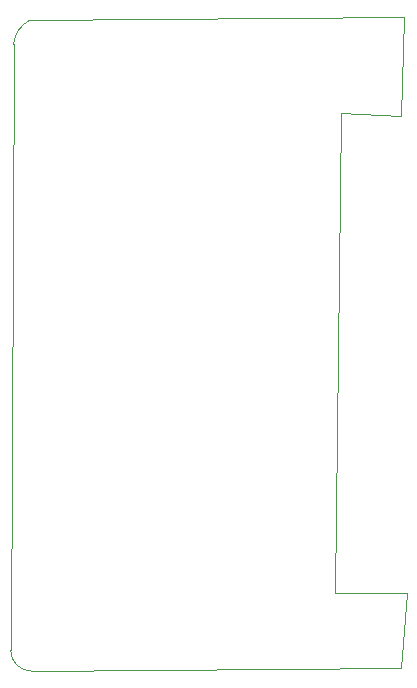
<source format=gm1>
%TF.GenerationSoftware,KiCad,Pcbnew,7.0.6*%
%TF.CreationDate,2023-08-31T21:11:47+05:30*%
%TF.ProjectId,bread board,62726561-6420-4626-9f61-72642e6b6963,rev?*%
%TF.SameCoordinates,Original*%
%TF.FileFunction,Profile,NP*%
%FSLAX46Y46*%
G04 Gerber Fmt 4.6, Leading zero omitted, Abs format (unit mm)*
G04 Created by KiCad (PCBNEW 7.0.6) date 2023-08-31 21:11:47*
%MOMM*%
%LPD*%
G01*
G04 APERTURE LIST*
%TA.AperFunction,Profile*%
%ADD10C,0.100000*%
%TD*%
G04 APERTURE END LIST*
D10*
X121158000Y-127254000D02*
X121666000Y-86614000D01*
X93726000Y-132080000D02*
G75*
G03*
X95504000Y-133858000I1778000J0D01*
G01*
X127254000Y-127254000D02*
X121158000Y-127254000D01*
X126746000Y-133604000D02*
X127254000Y-127254000D01*
X95504000Y-133858000D02*
X126746000Y-133604000D01*
X95378412Y-78742824D02*
G75*
G03*
X93980000Y-80772000I1141588J-2283176D01*
G01*
X121666000Y-86614000D02*
X126746000Y-86868000D01*
X127000000Y-78486000D02*
X95378412Y-78742824D01*
X93980000Y-80772000D02*
X93726000Y-132080000D01*
X126746000Y-86868000D02*
X127000000Y-78486000D01*
M02*

</source>
